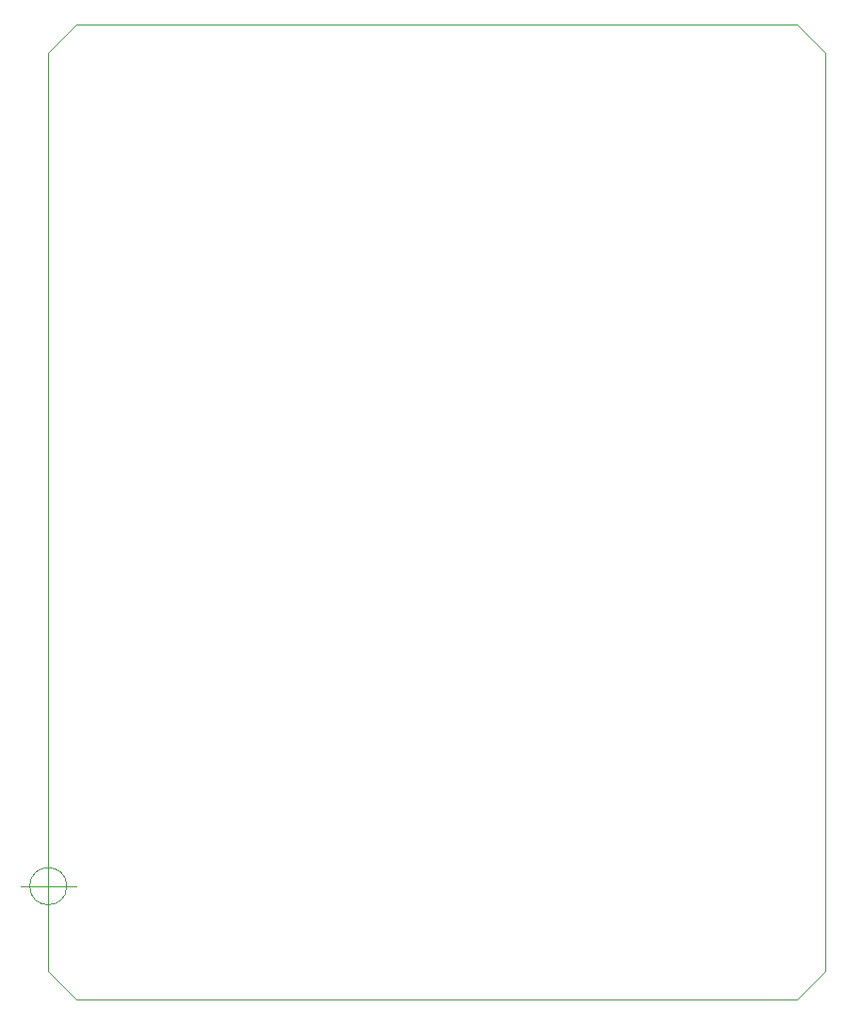
<source format=gm1>
%TF.GenerationSoftware,KiCad,Pcbnew,5.1.10-88a1d61d58~88~ubuntu20.04.1*%
%TF.CreationDate,2021-07-15T21:57:41-05:00*%
%TF.ProjectId,pictas,70696374-6173-42e6-9b69-6361645f7063,rev?*%
%TF.SameCoordinates,Original*%
%TF.FileFunction,Profile,NP*%
%FSLAX46Y46*%
G04 Gerber Fmt 4.6, Leading zero omitted, Abs format (unit mm)*
G04 Created by KiCad (PCBNEW 5.1.10-88a1d61d58~88~ubuntu20.04.1) date 2021-07-15 21:57:41*
%MOMM*%
%LPD*%
G01*
G04 APERTURE LIST*
%TA.AperFunction,Profile*%
%ADD10C,0.050000*%
%TD*%
G04 APERTURE END LIST*
D10*
X66548000Y-136906000D02*
X69088000Y-139446000D01*
X69088000Y-51943000D02*
X66548000Y-54483000D01*
X136398000Y-54483000D02*
X133858000Y-51943000D01*
X133858000Y-139446000D02*
X136398000Y-136906000D01*
X66548000Y-136906000D02*
X66548000Y-54483000D01*
X133858000Y-139446000D02*
X69088000Y-139446000D01*
X136398000Y-54483000D02*
X136398000Y-136906000D01*
X69088000Y-51943000D02*
X133858000Y-51943000D01*
X68214666Y-129286000D02*
G75*
G03*
X68214666Y-129286000I-1666666J0D01*
G01*
X64048000Y-129286000D02*
X69048000Y-129286000D01*
X66548000Y-126786000D02*
X66548000Y-131786000D01*
M02*

</source>
